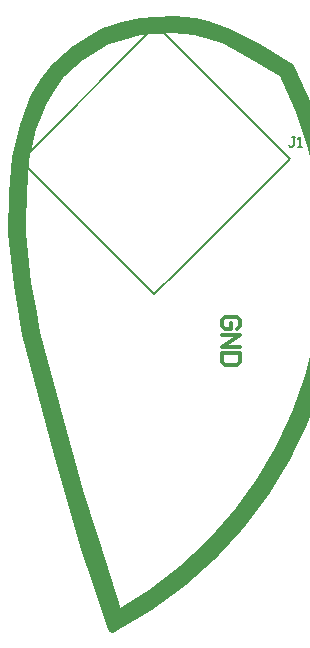
<source format=gto>
%FSLAX25Y25*%
%MOIN*%
G70*
G01*
G75*
G04 Layer_Color=65535*
%ADD10R,0.10500X0.04300*%
%ADD11C,0.02000*%
%ADD12C,0.03000*%
%ADD13C,0.23000*%
%ADD14C,0.11614*%
%ADD15C,0.05906*%
%ADD16P,0.08352X4X90.0*%
%ADD17C,0.10000*%
%ADD18C,0.03500*%
%ADD19C,0.03000*%
%ADD20C,0.00787*%
%ADD21C,0.01200*%
%ADD22C,0.00800*%
D18*
X-137299Y34200D02*
G03*
X-81936Y215421I-66948J119520D01*
G01*
X-91800Y221200D02*
X-81936Y215421D01*
X-94100Y222600D02*
X-91800Y221200D01*
X-101800Y226700D02*
X-94100Y222600D01*
X-107100Y228500D02*
X-101800Y226700D01*
X-112000Y229800D02*
X-107100Y228500D01*
X-119200Y230600D02*
X-112000Y229800D01*
X-126000Y230300D02*
X-119200Y230600D01*
X-130400Y229700D02*
X-126000Y230300D01*
X-133700Y228900D02*
X-130400Y229700D01*
X-141600Y226500D02*
X-133700Y228900D01*
X-150500Y220900D02*
X-141600Y226500D01*
X-156900Y215100D02*
X-150500Y220900D01*
X-160300Y210300D02*
X-156900Y215100D01*
X-163100Y205900D02*
X-160300Y210300D01*
X-166600Y196900D02*
X-163100Y205900D01*
X-168900Y186623D02*
X-166600Y196900D01*
X-169300Y180800D02*
X-168900Y186623D01*
X-169800Y175000D02*
X-169300Y180800D01*
X-170100Y165200D02*
X-169800Y175000D01*
X-170100Y161800D02*
Y165200D01*
Y161800D02*
X-168200Y145100D01*
X-166800Y137300D01*
X-165400Y128900D01*
X-163700Y122500D01*
X-156300Y95500D01*
X-150500Y74900D01*
X-145400Y58400D01*
X-137705Y34067D01*
D19*
X-139233Y30123D02*
G03*
X-80100Y217100I-63922J123055D01*
G01*
X-91700Y224100D02*
X-80166Y217157D01*
X-101200Y228900D02*
X-91700Y224100D01*
X-107700Y231100D02*
X-101200Y228900D01*
X-111500Y232100D02*
X-107700Y231100D01*
X-118500Y232900D02*
X-111500Y232100D01*
X-124500Y232600D02*
X-118500Y232900D01*
X-129900Y232100D02*
X-124500Y232600D01*
X-135900Y230700D02*
X-129900Y232100D01*
X-142200Y228800D02*
X-135900Y230700D01*
X-146600Y226200D02*
X-142200Y228800D01*
X-151900Y222900D02*
X-146600Y226200D01*
X-158700Y216800D02*
X-151900Y222900D01*
X-161900Y212400D02*
X-158700Y216800D01*
X-165200Y207000D02*
X-161900Y212400D01*
X-168800Y197800D02*
X-165200Y207000D01*
X-171200Y187200D02*
X-168800Y197800D01*
X-172400Y175200D02*
X-171200Y187200D01*
X-172700Y161900D02*
X-172400Y175200D01*
X-172700Y161900D02*
X-170800Y144600D01*
X-167900Y128100D01*
X-157200Y88100D01*
X-148700Y57900D01*
X-139234Y30123D01*
D20*
X-125396Y141385D02*
X-117160Y149621D01*
X-80141Y186640D01*
X-169766Y185756D02*
X-125396Y141385D01*
X-169766Y185756D02*
X-124512Y231011D01*
X-80141Y186640D01*
D21*
X-97802Y129801D02*
X-96802Y130801D01*
Y132800D01*
X-97802Y133800D01*
X-101800D01*
X-102800Y132800D01*
Y130801D01*
X-101800Y129801D01*
X-99801D01*
Y131801D01*
X-102800Y127802D02*
X-96802D01*
X-102800Y123803D01*
X-96802D01*
Y121804D02*
X-102800D01*
Y118805D01*
X-101800Y117805D01*
X-97802D01*
X-96802Y118805D01*
Y121804D01*
D22*
X-78267Y193699D02*
X-79334D01*
X-78800D01*
Y191033D01*
X-79334Y190500D01*
X-79867D01*
X-80400Y191033D01*
X-77201Y190500D02*
X-76135D01*
X-76668D01*
Y193699D01*
X-77201Y193166D01*
M02*

</source>
